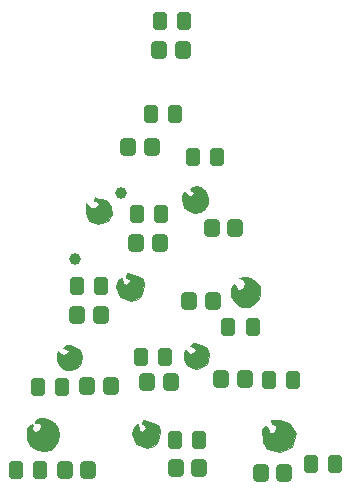
<source format=gts>
G04 #@! TF.GenerationSoftware,KiCad,Pcbnew,(6.0.0)*
G04 #@! TF.CreationDate,2022-10-06T13:38:40+02:00*
G04 #@! TF.ProjectId,2.0,322e302e-6b69-4636-9164-5f7063625858,rev?*
G04 #@! TF.SameCoordinates,Original*
G04 #@! TF.FileFunction,Soldermask,Top*
G04 #@! TF.FilePolarity,Negative*
%FSLAX46Y46*%
G04 Gerber Fmt 4.6, Leading zero omitted, Abs format (unit mm)*
G04 Created by KiCad (PCBNEW (6.0.0)) date 2022-10-06 13:38:40*
%MOMM*%
%LPD*%
G01*
G04 APERTURE LIST*
G04 Aperture macros list*
%AMRoundRect*
0 Rectangle with rounded corners*
0 $1 Rounding radius*
0 $2 $3 $4 $5 $6 $7 $8 $9 X,Y pos of 4 corners*
0 Add a 4 corners polygon primitive as box body*
4,1,4,$2,$3,$4,$5,$6,$7,$8,$9,$2,$3,0*
0 Add four circle primitives for the rounded corners*
1,1,$1+$1,$2,$3*
1,1,$1+$1,$4,$5*
1,1,$1+$1,$6,$7*
1,1,$1+$1,$8,$9*
0 Add four rect primitives between the rounded corners*
20,1,$1+$1,$2,$3,$4,$5,0*
20,1,$1+$1,$4,$5,$6,$7,0*
20,1,$1+$1,$6,$7,$8,$9,0*
20,1,$1+$1,$8,$9,$2,$3,0*%
G04 Aperture macros list end*
%ADD10C,0.100000*%
%ADD11C,0.200000*%
%ADD12RoundRect,0.300800X-0.325000X-0.450000X0.325000X-0.450000X0.325000X0.450000X-0.325000X0.450000X0*%
%ADD13RoundRect,0.300800X-0.350000X-0.450000X0.350000X-0.450000X0.350000X0.450000X-0.350000X0.450000X0*%
%ADD14C,1.001600*%
G04 APERTURE END LIST*
D10*
X176918620Y-102961440D02*
X176946560Y-102608380D01*
X176946560Y-102608380D02*
X177756820Y-102882700D01*
X177756820Y-102882700D02*
X178216560Y-103136700D01*
X178216560Y-103136700D02*
X178315620Y-103644700D01*
X178315620Y-103644700D02*
X178145440Y-104371140D01*
X178145440Y-104371140D02*
X177835560Y-104795320D01*
X177835560Y-104795320D02*
X177248820Y-104985820D01*
X177248820Y-104985820D02*
X176331880Y-104625140D01*
X176331880Y-104625140D02*
X175945800Y-103822500D01*
X175945800Y-103822500D02*
X176169320Y-103187500D01*
X176169320Y-103187500D02*
X176458880Y-102989380D01*
X176458880Y-102989380D02*
X176522380Y-103482140D01*
X176522380Y-103482140D02*
X176784000Y-103632000D01*
X176784000Y-103632000D02*
X177165000Y-103378000D01*
X177165000Y-103378000D02*
X177109120Y-103068120D01*
X177109120Y-103068120D02*
X176847500Y-102989380D01*
X176847500Y-102989380D02*
X176926240Y-102600760D01*
X176926240Y-102600760D02*
X176918620Y-102961440D01*
G36*
X176918620Y-102961440D02*
G01*
X176946560Y-102608380D01*
X177756820Y-102882700D01*
X178216560Y-103136700D01*
X178315620Y-103644700D01*
X178145440Y-104371140D01*
X177835560Y-104795320D01*
X177248820Y-104985820D01*
X176331880Y-104625140D01*
X175945800Y-103822500D01*
X176169320Y-103187500D01*
X176458880Y-102989380D01*
X176522380Y-103482140D01*
X176784000Y-103632000D01*
X177165000Y-103378000D01*
X177109120Y-103068120D01*
X176847500Y-102989380D01*
X176926240Y-102600760D01*
X176918620Y-102961440D01*
G37*
X176918620Y-102961440D02*
X176946560Y-102608380D01*
X177756820Y-102882700D01*
X178216560Y-103136700D01*
X178315620Y-103644700D01*
X178145440Y-104371140D01*
X177835560Y-104795320D01*
X177248820Y-104985820D01*
X176331880Y-104625140D01*
X175945800Y-103822500D01*
X176169320Y-103187500D01*
X176458880Y-102989380D01*
X176522380Y-103482140D01*
X176784000Y-103632000D01*
X177165000Y-103378000D01*
X177109120Y-103068120D01*
X176847500Y-102989380D01*
X176926240Y-102600760D01*
X176918620Y-102961440D01*
X178262280Y-115384580D02*
X178290220Y-115031520D01*
X178290220Y-115031520D02*
X179100480Y-115305840D01*
X179100480Y-115305840D02*
X179560220Y-115559840D01*
X179560220Y-115559840D02*
X179659280Y-116067840D01*
X179659280Y-116067840D02*
X179489100Y-116794280D01*
X179489100Y-116794280D02*
X179179220Y-117218460D01*
X179179220Y-117218460D02*
X178592480Y-117408960D01*
X178592480Y-117408960D02*
X177675540Y-117048280D01*
X177675540Y-117048280D02*
X177289460Y-116245640D01*
X177289460Y-116245640D02*
X177512980Y-115610640D01*
X177512980Y-115610640D02*
X177802540Y-115412520D01*
X177802540Y-115412520D02*
X177866040Y-115905280D01*
X177866040Y-115905280D02*
X178127660Y-116055140D01*
X178127660Y-116055140D02*
X178508660Y-115801140D01*
X178508660Y-115801140D02*
X178452780Y-115491260D01*
X178452780Y-115491260D02*
X178191160Y-115412520D01*
X178191160Y-115412520D02*
X178269900Y-115023900D01*
X178269900Y-115023900D02*
X178262280Y-115384580D01*
G36*
X178262280Y-115384580D02*
G01*
X178290220Y-115031520D01*
X179100480Y-115305840D01*
X179560220Y-115559840D01*
X179659280Y-116067840D01*
X179489100Y-116794280D01*
X179179220Y-117218460D01*
X178592480Y-117408960D01*
X177675540Y-117048280D01*
X177289460Y-116245640D01*
X177512980Y-115610640D01*
X177802540Y-115412520D01*
X177866040Y-115905280D01*
X178127660Y-116055140D01*
X178508660Y-115801140D01*
X178452780Y-115491260D01*
X178191160Y-115412520D01*
X178269900Y-115023900D01*
X178262280Y-115384580D01*
G37*
X178262280Y-115384580D02*
X178290220Y-115031520D01*
X179100480Y-115305840D01*
X179560220Y-115559840D01*
X179659280Y-116067840D01*
X179489100Y-116794280D01*
X179179220Y-117218460D01*
X178592480Y-117408960D01*
X177675540Y-117048280D01*
X177289460Y-116245640D01*
X177512980Y-115610640D01*
X177802540Y-115412520D01*
X177866040Y-115905280D01*
X178127660Y-116055140D01*
X178508660Y-115801140D01*
X178452780Y-115491260D01*
X178191160Y-115412520D01*
X178269900Y-115023900D01*
X178262280Y-115384580D01*
X182900000Y-108600000D02*
X183180000Y-108690000D01*
X183180000Y-108690000D02*
X183580000Y-108890000D01*
X183580000Y-108890000D02*
X183730000Y-109170000D01*
X183730000Y-109170000D02*
X183820000Y-109550000D01*
X183820000Y-109550000D02*
X183770000Y-109930000D01*
X183770000Y-109930000D02*
X183630000Y-110290000D01*
X183630000Y-110290000D02*
X183260000Y-110590000D01*
X183260000Y-110590000D02*
X182820000Y-110710000D01*
X182820000Y-110710000D02*
X182360000Y-110650000D01*
X182360000Y-110650000D02*
X181960000Y-110380000D01*
X181960000Y-110380000D02*
X181710000Y-109870000D01*
X181710000Y-109870000D02*
X181700000Y-109450000D01*
X181700000Y-109450000D02*
X181840000Y-109090000D01*
X181840000Y-109090000D02*
X182010000Y-109200000D01*
X182010000Y-109200000D02*
X182210000Y-109430000D01*
X182210000Y-109430000D02*
X182500000Y-109350000D01*
X182500000Y-109350000D02*
X182750000Y-109080000D01*
X182750000Y-109080000D02*
X182520000Y-108890000D01*
X182520000Y-108890000D02*
X182210000Y-108810000D01*
X182210000Y-108810000D02*
X182380000Y-108640000D01*
X182380000Y-108640000D02*
X182580000Y-108560000D01*
X182580000Y-108560000D02*
X182900000Y-108600000D01*
G36*
X182900000Y-108600000D02*
G01*
X183180000Y-108690000D01*
X183580000Y-108890000D01*
X183730000Y-109170000D01*
X183820000Y-109550000D01*
X183770000Y-109930000D01*
X183630000Y-110290000D01*
X183260000Y-110590000D01*
X182820000Y-110710000D01*
X182360000Y-110650000D01*
X181960000Y-110380000D01*
X181710000Y-109870000D01*
X181700000Y-109450000D01*
X181840000Y-109090000D01*
X182010000Y-109200000D01*
X182210000Y-109430000D01*
X182500000Y-109350000D01*
X182750000Y-109080000D01*
X182520000Y-108890000D01*
X182210000Y-108810000D01*
X182380000Y-108640000D01*
X182580000Y-108560000D01*
X182900000Y-108600000D01*
G37*
X182900000Y-108600000D02*
X183180000Y-108690000D01*
X183580000Y-108890000D01*
X183730000Y-109170000D01*
X183820000Y-109550000D01*
X183770000Y-109930000D01*
X183630000Y-110290000D01*
X183260000Y-110590000D01*
X182820000Y-110710000D01*
X182360000Y-110650000D01*
X181960000Y-110380000D01*
X181710000Y-109870000D01*
X181700000Y-109450000D01*
X181840000Y-109090000D01*
X182010000Y-109200000D01*
X182210000Y-109430000D01*
X182500000Y-109350000D01*
X182750000Y-109080000D01*
X182520000Y-108890000D01*
X182210000Y-108810000D01*
X182380000Y-108640000D01*
X182580000Y-108560000D01*
X182900000Y-108600000D01*
D11*
X170330000Y-115150000D02*
X170780000Y-115410000D01*
X170780000Y-115410000D02*
X171060000Y-115770000D01*
X171060000Y-115770000D02*
X171130000Y-116300000D01*
X171130000Y-116300000D02*
X171030000Y-116780000D01*
X171030000Y-116780000D02*
X170780000Y-117240000D01*
X170780000Y-117240000D02*
X170440000Y-117560000D01*
X170440000Y-117560000D02*
X169920000Y-117660000D01*
X169920000Y-117660000D02*
X169350000Y-117620000D01*
X169350000Y-117620000D02*
X168750000Y-117240000D01*
X168750000Y-117240000D02*
X168470000Y-116750000D01*
X168470000Y-116750000D02*
X168550000Y-115730000D01*
X168550000Y-115730000D02*
X168940000Y-115460000D01*
X168940000Y-115460000D02*
X168850000Y-115780000D01*
X168850000Y-115780000D02*
X168940000Y-116040000D01*
X168940000Y-116040000D02*
X169210000Y-116160000D01*
X169210000Y-116160000D02*
X169540000Y-116010000D01*
X169540000Y-116010000D02*
X169700000Y-115600000D01*
X169700000Y-115600000D02*
X169600000Y-115310000D01*
X169600000Y-115310000D02*
X169150000Y-115260000D01*
X169150000Y-115260000D02*
X169250000Y-115030000D01*
X169250000Y-115030000D02*
X169620000Y-114990000D01*
X169620000Y-114990000D02*
X169990000Y-114990000D01*
X169990000Y-114990000D02*
X170330000Y-115150000D01*
G36*
X170330000Y-115150000D02*
G01*
X170780000Y-115410000D01*
X171060000Y-115770000D01*
X171130000Y-116300000D01*
X171030000Y-116780000D01*
X170780000Y-117240000D01*
X170440000Y-117560000D01*
X169920000Y-117660000D01*
X169350000Y-117620000D01*
X168750000Y-117240000D01*
X168470000Y-116750000D01*
X168550000Y-115730000D01*
X168940000Y-115460000D01*
X168850000Y-115780000D01*
X168940000Y-116040000D01*
X169210000Y-116160000D01*
X169540000Y-116010000D01*
X169700000Y-115600000D01*
X169600000Y-115310000D01*
X169150000Y-115260000D01*
X169250000Y-115030000D01*
X169620000Y-114990000D01*
X169990000Y-114990000D01*
X170330000Y-115150000D01*
G37*
X170330000Y-115150000D02*
X170780000Y-115410000D01*
X171060000Y-115770000D01*
X171130000Y-116300000D01*
X171030000Y-116780000D01*
X170780000Y-117240000D01*
X170440000Y-117560000D01*
X169920000Y-117660000D01*
X169350000Y-117620000D01*
X168750000Y-117240000D01*
X168470000Y-116750000D01*
X168550000Y-115730000D01*
X168940000Y-115460000D01*
X168850000Y-115780000D01*
X168940000Y-116040000D01*
X169210000Y-116160000D01*
X169540000Y-116010000D01*
X169700000Y-115600000D01*
X169600000Y-115310000D01*
X169150000Y-115260000D01*
X169250000Y-115030000D01*
X169620000Y-114990000D01*
X169990000Y-114990000D01*
X170330000Y-115150000D01*
D10*
X190581280Y-115328700D02*
X191195960Y-116100860D01*
X191195960Y-116100860D02*
X190863220Y-117317520D01*
X190863220Y-117317520D02*
X189829440Y-117749320D01*
X189829440Y-117749320D02*
X188734700Y-117477540D01*
X188734700Y-117477540D02*
X188371480Y-116944140D01*
X188371480Y-116944140D02*
X188361320Y-115829080D01*
X188361320Y-115829080D02*
X188633100Y-115580160D01*
X188633100Y-115580160D02*
X188864240Y-115740180D01*
X188864240Y-115740180D02*
X188633100Y-115638580D01*
X188633100Y-115638580D02*
X188823600Y-115740180D01*
X188823600Y-115740180D02*
X188955680Y-116222780D01*
X188955680Y-116222780D02*
X189456060Y-116090700D01*
X189456060Y-116090700D02*
X189577980Y-115590320D01*
X189577980Y-115590320D02*
X189125860Y-115387120D01*
X189125860Y-115387120D02*
X189095380Y-115036600D01*
X189095380Y-115036600D02*
X189859920Y-115016280D01*
X189859920Y-115016280D02*
X190581280Y-115328700D01*
G36*
X190581280Y-115328700D02*
G01*
X191195960Y-116100860D01*
X190863220Y-117317520D01*
X189829440Y-117749320D01*
X188734700Y-117477540D01*
X188371480Y-116944140D01*
X188361320Y-115829080D01*
X188633100Y-115580160D01*
X188864240Y-115740180D01*
X188633100Y-115638580D01*
X188823600Y-115740180D01*
X188955680Y-116222780D01*
X189456060Y-116090700D01*
X189577980Y-115590320D01*
X189125860Y-115387120D01*
X189095380Y-115036600D01*
X189859920Y-115016280D01*
X190581280Y-115328700D01*
G37*
X190581280Y-115328700D02*
X191195960Y-116100860D01*
X190863220Y-117317520D01*
X189829440Y-117749320D01*
X188734700Y-117477540D01*
X188371480Y-116944140D01*
X188361320Y-115829080D01*
X188633100Y-115580160D01*
X188864240Y-115740180D01*
X188633100Y-115638580D01*
X188823600Y-115740180D01*
X188955680Y-116222780D01*
X189456060Y-116090700D01*
X189577980Y-115590320D01*
X189125860Y-115387120D01*
X189095380Y-115036600D01*
X189859920Y-115016280D01*
X190581280Y-115328700D01*
D11*
X183120000Y-95360000D02*
X183560000Y-95770000D01*
X183560000Y-95770000D02*
X183780000Y-96320000D01*
X183780000Y-96320000D02*
X183730000Y-96760000D01*
X183730000Y-96760000D02*
X183510000Y-97140000D01*
X183510000Y-97140000D02*
X183140000Y-97420000D01*
X183140000Y-97420000D02*
X182580000Y-97510000D01*
X182580000Y-97510000D02*
X182200000Y-97380000D01*
X182200000Y-97380000D02*
X181810000Y-97060000D01*
X181810000Y-97060000D02*
X181600000Y-96450000D01*
X181600000Y-96450000D02*
X181660000Y-96070000D01*
X181660000Y-96070000D02*
X181830000Y-95850000D01*
X181830000Y-95850000D02*
X181970000Y-95900000D01*
X181970000Y-95900000D02*
X182090000Y-96190000D01*
X182090000Y-96190000D02*
X182430000Y-96170000D01*
X182430000Y-96170000D02*
X182660000Y-95930000D01*
X182660000Y-95930000D02*
X182660000Y-95710000D01*
X182660000Y-95710000D02*
X182370000Y-95620000D01*
X182370000Y-95620000D02*
X182280000Y-95470000D01*
X182280000Y-95470000D02*
X182710000Y-95300000D01*
X182710000Y-95300000D02*
X183120000Y-95360000D01*
G36*
X183120000Y-95360000D02*
G01*
X183560000Y-95770000D01*
X183780000Y-96320000D01*
X183730000Y-96760000D01*
X183510000Y-97140000D01*
X183140000Y-97420000D01*
X182580000Y-97510000D01*
X182200000Y-97380000D01*
X181810000Y-97060000D01*
X181600000Y-96450000D01*
X181660000Y-96070000D01*
X181830000Y-95850000D01*
X181970000Y-95900000D01*
X182090000Y-96190000D01*
X182430000Y-96170000D01*
X182660000Y-95930000D01*
X182660000Y-95710000D01*
X182370000Y-95620000D01*
X182280000Y-95470000D01*
X182710000Y-95300000D01*
X183120000Y-95360000D01*
G37*
X183120000Y-95360000D02*
X183560000Y-95770000D01*
X183780000Y-96320000D01*
X183730000Y-96760000D01*
X183510000Y-97140000D01*
X183140000Y-97420000D01*
X182580000Y-97510000D01*
X182200000Y-97380000D01*
X181810000Y-97060000D01*
X181600000Y-96450000D01*
X181660000Y-96070000D01*
X181830000Y-95850000D01*
X181970000Y-95900000D01*
X182090000Y-96190000D01*
X182430000Y-96170000D01*
X182660000Y-95930000D01*
X182660000Y-95710000D01*
X182370000Y-95620000D01*
X182280000Y-95470000D01*
X182710000Y-95300000D01*
X183120000Y-95360000D01*
D10*
X174176739Y-96214062D02*
X175074580Y-96410780D01*
X175074580Y-96410780D02*
X175539400Y-96898460D01*
X175539400Y-96898460D02*
X175602900Y-97602040D01*
X175602900Y-97602040D02*
X175280320Y-98229420D01*
X175280320Y-98229420D02*
X174419260Y-98478340D01*
X174419260Y-98478340D02*
X173697900Y-98181160D01*
X173697900Y-98181160D02*
X173423580Y-97475040D01*
X173423580Y-97475040D02*
X173410880Y-96672400D01*
X173410880Y-96672400D02*
X173824900Y-97053400D01*
X173824900Y-97053400D02*
X174264320Y-97073720D01*
X174264320Y-97073720D02*
X174495460Y-96756220D01*
X174495460Y-96756220D02*
X174439580Y-96550480D01*
X174439580Y-96550480D02*
X174153483Y-96482558D01*
X174153483Y-96482558D02*
X174150020Y-96522540D01*
X174150020Y-96522540D02*
X174152655Y-96482361D01*
X174152655Y-96482361D02*
X174086520Y-96466660D01*
X174086520Y-96466660D02*
X174169568Y-96224438D01*
X174169568Y-96224438D02*
X174170340Y-96212660D01*
X174170340Y-96212660D02*
X174173378Y-96213326D01*
X174173378Y-96213326D02*
X174177960Y-96199960D01*
X174177960Y-96199960D02*
X174176739Y-96214062D01*
G36*
X174176739Y-96214062D02*
G01*
X175074580Y-96410780D01*
X175539400Y-96898460D01*
X175602900Y-97602040D01*
X175280320Y-98229420D01*
X174419260Y-98478340D01*
X173697900Y-98181160D01*
X173423580Y-97475040D01*
X173410880Y-96672400D01*
X173824900Y-97053400D01*
X174264320Y-97073720D01*
X174495460Y-96756220D01*
X174439580Y-96550480D01*
X174153483Y-96482558D01*
X174150020Y-96522540D01*
X174152655Y-96482361D01*
X174086520Y-96466660D01*
X174169568Y-96224438D01*
X174170340Y-96212660D01*
X174173378Y-96213326D01*
X174177960Y-96199960D01*
X174176739Y-96214062D01*
G37*
X174176739Y-96214062D02*
X175074580Y-96410780D01*
X175539400Y-96898460D01*
X175602900Y-97602040D01*
X175280320Y-98229420D01*
X174419260Y-98478340D01*
X173697900Y-98181160D01*
X173423580Y-97475040D01*
X173410880Y-96672400D01*
X173824900Y-97053400D01*
X174264320Y-97073720D01*
X174495460Y-96756220D01*
X174439580Y-96550480D01*
X174153483Y-96482558D01*
X174150020Y-96522540D01*
X174152655Y-96482361D01*
X174086520Y-96466660D01*
X174169568Y-96224438D01*
X174170340Y-96212660D01*
X174173378Y-96213326D01*
X174177960Y-96199960D01*
X174176739Y-96214062D01*
X172140000Y-108730000D02*
X172420000Y-108820000D01*
X172420000Y-108820000D02*
X172820000Y-109020000D01*
X172820000Y-109020000D02*
X172970000Y-109300000D01*
X172970000Y-109300000D02*
X173060000Y-109680000D01*
X173060000Y-109680000D02*
X173010000Y-110060000D01*
X173010000Y-110060000D02*
X172870000Y-110420000D01*
X172870000Y-110420000D02*
X172500000Y-110720000D01*
X172500000Y-110720000D02*
X172060000Y-110840000D01*
X172060000Y-110840000D02*
X171600000Y-110780000D01*
X171600000Y-110780000D02*
X171200000Y-110510000D01*
X171200000Y-110510000D02*
X170950000Y-110000000D01*
X170950000Y-110000000D02*
X170940000Y-109580000D01*
X170940000Y-109580000D02*
X171080000Y-109220000D01*
X171080000Y-109220000D02*
X171250000Y-109330000D01*
X171250000Y-109330000D02*
X171450000Y-109560000D01*
X171450000Y-109560000D02*
X171740000Y-109480000D01*
X171740000Y-109480000D02*
X171990000Y-109210000D01*
X171990000Y-109210000D02*
X171760000Y-109020000D01*
X171760000Y-109020000D02*
X171450000Y-108940000D01*
X171450000Y-108940000D02*
X171620000Y-108770000D01*
X171620000Y-108770000D02*
X171820000Y-108690000D01*
X171820000Y-108690000D02*
X172140000Y-108730000D01*
G36*
X172140000Y-108730000D02*
G01*
X172420000Y-108820000D01*
X172820000Y-109020000D01*
X172970000Y-109300000D01*
X173060000Y-109680000D01*
X173010000Y-110060000D01*
X172870000Y-110420000D01*
X172500000Y-110720000D01*
X172060000Y-110840000D01*
X171600000Y-110780000D01*
X171200000Y-110510000D01*
X170950000Y-110000000D01*
X170940000Y-109580000D01*
X171080000Y-109220000D01*
X171250000Y-109330000D01*
X171450000Y-109560000D01*
X171740000Y-109480000D01*
X171990000Y-109210000D01*
X171760000Y-109020000D01*
X171450000Y-108940000D01*
X171620000Y-108770000D01*
X171820000Y-108690000D01*
X172140000Y-108730000D01*
G37*
X172140000Y-108730000D02*
X172420000Y-108820000D01*
X172820000Y-109020000D01*
X172970000Y-109300000D01*
X173060000Y-109680000D01*
X173010000Y-110060000D01*
X172870000Y-110420000D01*
X172500000Y-110720000D01*
X172060000Y-110840000D01*
X171600000Y-110780000D01*
X171200000Y-110510000D01*
X170950000Y-110000000D01*
X170940000Y-109580000D01*
X171080000Y-109220000D01*
X171250000Y-109330000D01*
X171450000Y-109560000D01*
X171740000Y-109480000D01*
X171990000Y-109210000D01*
X171760000Y-109020000D01*
X171450000Y-108940000D01*
X171620000Y-108770000D01*
X171820000Y-108690000D01*
X172140000Y-108730000D01*
X187284360Y-103012240D02*
X187441840Y-103065580D01*
X187441840Y-103065580D02*
X187596780Y-103151940D01*
X187596780Y-103151940D02*
X187764420Y-103284020D01*
X187764420Y-103284020D02*
X187929520Y-103459280D01*
X187929520Y-103459280D02*
X188048900Y-103624380D01*
X188048900Y-103624380D02*
X188135260Y-103814880D01*
X188135260Y-103814880D02*
X188165740Y-104030780D01*
X188165740Y-104030780D02*
X188168280Y-104198420D01*
X188168280Y-104198420D02*
X188165740Y-104383840D01*
X188165740Y-104383840D02*
X188150500Y-104500680D01*
X188150500Y-104500680D02*
X188094620Y-104719120D01*
X188094620Y-104719120D02*
X187987940Y-104899460D01*
X187987940Y-104899460D02*
X187822840Y-105049320D01*
X187822840Y-105049320D02*
X187624720Y-105234740D01*
X187624720Y-105234740D02*
X187579000Y-105280460D01*
X187579000Y-105280460D02*
X187485020Y-105336340D01*
X187485020Y-105336340D02*
X187360560Y-105394760D01*
X187360560Y-105394760D02*
X187213240Y-105437940D01*
X187213240Y-105437940D02*
X186999880Y-105455720D01*
X186999880Y-105455720D02*
X186900820Y-105453180D01*
X186900820Y-105453180D02*
X186766200Y-105448100D01*
X186766200Y-105448100D02*
X186639200Y-105432860D01*
X186639200Y-105432860D02*
X186433460Y-105361740D01*
X186433460Y-105361740D02*
X186286140Y-105277920D01*
X186286140Y-105277920D02*
X186118500Y-105150920D01*
X186118500Y-105150920D02*
X186037220Y-105074720D01*
X186037220Y-105074720D02*
X185935620Y-104955340D01*
X185935620Y-104955340D02*
X185897520Y-104894380D01*
X185897520Y-104894380D02*
X185869580Y-104848660D01*
X185869580Y-104848660D02*
X185844180Y-104808020D01*
X185844180Y-104808020D02*
X185823860Y-104772460D01*
X185823860Y-104772460D02*
X185801000Y-104714040D01*
X185801000Y-104714040D02*
X185737500Y-104541320D01*
X185737500Y-104541320D02*
X185707020Y-104376220D01*
X185707020Y-104376220D02*
X185696860Y-104140000D01*
X185696860Y-104140000D02*
X185712100Y-103969820D01*
X185712100Y-103969820D02*
X185755280Y-103817420D01*
X185755280Y-103817420D02*
X185834020Y-103644700D01*
X185834020Y-103644700D02*
X185912760Y-103525320D01*
X185912760Y-103525320D02*
X185996580Y-103601520D01*
X185996580Y-103601520D02*
X185994040Y-103596440D01*
X185994040Y-103596440D02*
X186321700Y-104002840D01*
X186321700Y-104002840D02*
X186695080Y-103924100D01*
X186695080Y-103924100D02*
X186865260Y-103535480D01*
X186865260Y-103535480D02*
X186819540Y-103207820D01*
X186819540Y-103207820D02*
X186367420Y-103052880D01*
X186367420Y-103052880D02*
X186789060Y-102974140D01*
X186789060Y-102974140D02*
X186989720Y-102971600D01*
X186989720Y-102971600D02*
X187284360Y-103012240D01*
G36*
X187284360Y-103012240D02*
G01*
X187441840Y-103065580D01*
X187596780Y-103151940D01*
X187764420Y-103284020D01*
X187929520Y-103459280D01*
X188048900Y-103624380D01*
X188135260Y-103814880D01*
X188165740Y-104030780D01*
X188168280Y-104198420D01*
X188165740Y-104383840D01*
X188150500Y-104500680D01*
X188094620Y-104719120D01*
X187987940Y-104899460D01*
X187822840Y-105049320D01*
X187624720Y-105234740D01*
X187579000Y-105280460D01*
X187485020Y-105336340D01*
X187360560Y-105394760D01*
X187213240Y-105437940D01*
X186999880Y-105455720D01*
X186900820Y-105453180D01*
X186766200Y-105448100D01*
X186639200Y-105432860D01*
X186433460Y-105361740D01*
X186286140Y-105277920D01*
X186118500Y-105150920D01*
X186037220Y-105074720D01*
X185935620Y-104955340D01*
X185897520Y-104894380D01*
X185869580Y-104848660D01*
X185844180Y-104808020D01*
X185823860Y-104772460D01*
X185801000Y-104714040D01*
X185737500Y-104541320D01*
X185707020Y-104376220D01*
X185696860Y-104140000D01*
X185712100Y-103969820D01*
X185755280Y-103817420D01*
X185834020Y-103644700D01*
X185912760Y-103525320D01*
X185996580Y-103601520D01*
X185994040Y-103596440D01*
X186321700Y-104002840D01*
X186695080Y-103924100D01*
X186865260Y-103535480D01*
X186819540Y-103207820D01*
X186367420Y-103052880D01*
X186789060Y-102974140D01*
X186989720Y-102971600D01*
X187284360Y-103012240D01*
G37*
X187284360Y-103012240D02*
X187441840Y-103065580D01*
X187596780Y-103151940D01*
X187764420Y-103284020D01*
X187929520Y-103459280D01*
X188048900Y-103624380D01*
X188135260Y-103814880D01*
X188165740Y-104030780D01*
X188168280Y-104198420D01*
X188165740Y-104383840D01*
X188150500Y-104500680D01*
X188094620Y-104719120D01*
X187987940Y-104899460D01*
X187822840Y-105049320D01*
X187624720Y-105234740D01*
X187579000Y-105280460D01*
X187485020Y-105336340D01*
X187360560Y-105394760D01*
X187213240Y-105437940D01*
X186999880Y-105455720D01*
X186900820Y-105453180D01*
X186766200Y-105448100D01*
X186639200Y-105432860D01*
X186433460Y-105361740D01*
X186286140Y-105277920D01*
X186118500Y-105150920D01*
X186037220Y-105074720D01*
X185935620Y-104955340D01*
X185897520Y-104894380D01*
X185869580Y-104848660D01*
X185844180Y-104808020D01*
X185823860Y-104772460D01*
X185801000Y-104714040D01*
X185737500Y-104541320D01*
X185707020Y-104376220D01*
X185696860Y-104140000D01*
X185712100Y-103969820D01*
X185755280Y-103817420D01*
X185834020Y-103644700D01*
X185912760Y-103525320D01*
X185996580Y-103601520D01*
X185994040Y-103596440D01*
X186321700Y-104002840D01*
X186695080Y-103924100D01*
X186865260Y-103535480D01*
X186819540Y-103207820D01*
X186367420Y-103052880D01*
X186789060Y-102974140D01*
X186989720Y-102971600D01*
X187284360Y-103012240D01*
X176918620Y-102961440D02*
X176946560Y-102608380D01*
X176946560Y-102608380D02*
X177756820Y-102882700D01*
X177756820Y-102882700D02*
X178216560Y-103136700D01*
X178216560Y-103136700D02*
X178315620Y-103644700D01*
X178315620Y-103644700D02*
X178145440Y-104371140D01*
X178145440Y-104371140D02*
X177835560Y-104795320D01*
X177835560Y-104795320D02*
X177248820Y-104985820D01*
X177248820Y-104985820D02*
X176331880Y-104625140D01*
X176331880Y-104625140D02*
X175945800Y-103822500D01*
X175945800Y-103822500D02*
X176169320Y-103187500D01*
X176169320Y-103187500D02*
X176458880Y-102989380D01*
X176458880Y-102989380D02*
X176522380Y-103482140D01*
X176522380Y-103482140D02*
X176784000Y-103632000D01*
X176784000Y-103632000D02*
X177165000Y-103378000D01*
X177165000Y-103378000D02*
X177109120Y-103068120D01*
X177109120Y-103068120D02*
X176847500Y-102989380D01*
X176847500Y-102989380D02*
X176926240Y-102600760D01*
X176926240Y-102600760D02*
X176918620Y-102961440D01*
G36*
X176918620Y-102961440D02*
G01*
X176946560Y-102608380D01*
X177756820Y-102882700D01*
X178216560Y-103136700D01*
X178315620Y-103644700D01*
X178145440Y-104371140D01*
X177835560Y-104795320D01*
X177248820Y-104985820D01*
X176331880Y-104625140D01*
X175945800Y-103822500D01*
X176169320Y-103187500D01*
X176458880Y-102989380D01*
X176522380Y-103482140D01*
X176784000Y-103632000D01*
X177165000Y-103378000D01*
X177109120Y-103068120D01*
X176847500Y-102989380D01*
X176926240Y-102600760D01*
X176918620Y-102961440D01*
G37*
X176918620Y-102961440D02*
X176946560Y-102608380D01*
X177756820Y-102882700D01*
X178216560Y-103136700D01*
X178315620Y-103644700D01*
X178145440Y-104371140D01*
X177835560Y-104795320D01*
X177248820Y-104985820D01*
X176331880Y-104625140D01*
X175945800Y-103822500D01*
X176169320Y-103187500D01*
X176458880Y-102989380D01*
X176522380Y-103482140D01*
X176784000Y-103632000D01*
X177165000Y-103378000D01*
X177109120Y-103068120D01*
X176847500Y-102989380D01*
X176926240Y-102600760D01*
X176918620Y-102961440D01*
X178262280Y-115384580D02*
X178290220Y-115031520D01*
X178290220Y-115031520D02*
X179100480Y-115305840D01*
X179100480Y-115305840D02*
X179560220Y-115559840D01*
X179560220Y-115559840D02*
X179659280Y-116067840D01*
X179659280Y-116067840D02*
X179489100Y-116794280D01*
X179489100Y-116794280D02*
X179179220Y-117218460D01*
X179179220Y-117218460D02*
X178592480Y-117408960D01*
X178592480Y-117408960D02*
X177675540Y-117048280D01*
X177675540Y-117048280D02*
X177289460Y-116245640D01*
X177289460Y-116245640D02*
X177512980Y-115610640D01*
X177512980Y-115610640D02*
X177802540Y-115412520D01*
X177802540Y-115412520D02*
X177866040Y-115905280D01*
X177866040Y-115905280D02*
X178127660Y-116055140D01*
X178127660Y-116055140D02*
X178508660Y-115801140D01*
X178508660Y-115801140D02*
X178452780Y-115491260D01*
X178452780Y-115491260D02*
X178191160Y-115412520D01*
X178191160Y-115412520D02*
X178269900Y-115023900D01*
X178269900Y-115023900D02*
X178262280Y-115384580D01*
G36*
X178262280Y-115384580D02*
G01*
X178290220Y-115031520D01*
X179100480Y-115305840D01*
X179560220Y-115559840D01*
X179659280Y-116067840D01*
X179489100Y-116794280D01*
X179179220Y-117218460D01*
X178592480Y-117408960D01*
X177675540Y-117048280D01*
X177289460Y-116245640D01*
X177512980Y-115610640D01*
X177802540Y-115412520D01*
X177866040Y-115905280D01*
X178127660Y-116055140D01*
X178508660Y-115801140D01*
X178452780Y-115491260D01*
X178191160Y-115412520D01*
X178269900Y-115023900D01*
X178262280Y-115384580D01*
G37*
X178262280Y-115384580D02*
X178290220Y-115031520D01*
X179100480Y-115305840D01*
X179560220Y-115559840D01*
X179659280Y-116067840D01*
X179489100Y-116794280D01*
X179179220Y-117218460D01*
X178592480Y-117408960D01*
X177675540Y-117048280D01*
X177289460Y-116245640D01*
X177512980Y-115610640D01*
X177802540Y-115412520D01*
X177866040Y-115905280D01*
X178127660Y-116055140D01*
X178508660Y-115801140D01*
X178452780Y-115491260D01*
X178191160Y-115412520D01*
X178269900Y-115023900D01*
X178262280Y-115384580D01*
X182900000Y-108600000D02*
X183180000Y-108690000D01*
X183180000Y-108690000D02*
X183580000Y-108890000D01*
X183580000Y-108890000D02*
X183730000Y-109170000D01*
X183730000Y-109170000D02*
X183820000Y-109550000D01*
X183820000Y-109550000D02*
X183770000Y-109930000D01*
X183770000Y-109930000D02*
X183630000Y-110290000D01*
X183630000Y-110290000D02*
X183260000Y-110590000D01*
X183260000Y-110590000D02*
X182820000Y-110710000D01*
X182820000Y-110710000D02*
X182360000Y-110650000D01*
X182360000Y-110650000D02*
X181960000Y-110380000D01*
X181960000Y-110380000D02*
X181710000Y-109870000D01*
X181710000Y-109870000D02*
X181700000Y-109450000D01*
X181700000Y-109450000D02*
X181840000Y-109090000D01*
X181840000Y-109090000D02*
X182010000Y-109200000D01*
X182010000Y-109200000D02*
X182210000Y-109430000D01*
X182210000Y-109430000D02*
X182500000Y-109350000D01*
X182500000Y-109350000D02*
X182750000Y-109080000D01*
X182750000Y-109080000D02*
X182520000Y-108890000D01*
X182520000Y-108890000D02*
X182210000Y-108810000D01*
X182210000Y-108810000D02*
X182380000Y-108640000D01*
X182380000Y-108640000D02*
X182580000Y-108560000D01*
X182580000Y-108560000D02*
X182900000Y-108600000D01*
G36*
X182900000Y-108600000D02*
G01*
X183180000Y-108690000D01*
X183580000Y-108890000D01*
X183730000Y-109170000D01*
X183820000Y-109550000D01*
X183770000Y-109930000D01*
X183630000Y-110290000D01*
X183260000Y-110590000D01*
X182820000Y-110710000D01*
X182360000Y-110650000D01*
X181960000Y-110380000D01*
X181710000Y-109870000D01*
X181700000Y-109450000D01*
X181840000Y-109090000D01*
X182010000Y-109200000D01*
X182210000Y-109430000D01*
X182500000Y-109350000D01*
X182750000Y-109080000D01*
X182520000Y-108890000D01*
X182210000Y-108810000D01*
X182380000Y-108640000D01*
X182580000Y-108560000D01*
X182900000Y-108600000D01*
G37*
X182900000Y-108600000D02*
X183180000Y-108690000D01*
X183580000Y-108890000D01*
X183730000Y-109170000D01*
X183820000Y-109550000D01*
X183770000Y-109930000D01*
X183630000Y-110290000D01*
X183260000Y-110590000D01*
X182820000Y-110710000D01*
X182360000Y-110650000D01*
X181960000Y-110380000D01*
X181710000Y-109870000D01*
X181700000Y-109450000D01*
X181840000Y-109090000D01*
X182010000Y-109200000D01*
X182210000Y-109430000D01*
X182500000Y-109350000D01*
X182750000Y-109080000D01*
X182520000Y-108890000D01*
X182210000Y-108810000D01*
X182380000Y-108640000D01*
X182580000Y-108560000D01*
X182900000Y-108600000D01*
D11*
X170330000Y-115150000D02*
X170780000Y-115410000D01*
X170780000Y-115410000D02*
X171060000Y-115770000D01*
X171060000Y-115770000D02*
X171130000Y-116300000D01*
X171130000Y-116300000D02*
X171030000Y-116780000D01*
X171030000Y-116780000D02*
X170780000Y-117240000D01*
X170780000Y-117240000D02*
X170440000Y-117560000D01*
X170440000Y-117560000D02*
X169920000Y-117660000D01*
X169920000Y-117660000D02*
X169350000Y-117620000D01*
X169350000Y-117620000D02*
X168750000Y-117240000D01*
X168750000Y-117240000D02*
X168470000Y-116750000D01*
X168470000Y-116750000D02*
X168550000Y-115730000D01*
X168550000Y-115730000D02*
X168940000Y-115460000D01*
X168940000Y-115460000D02*
X168850000Y-115780000D01*
X168850000Y-115780000D02*
X168940000Y-116040000D01*
X168940000Y-116040000D02*
X169210000Y-116160000D01*
X169210000Y-116160000D02*
X169540000Y-116010000D01*
X169540000Y-116010000D02*
X169700000Y-115600000D01*
X169700000Y-115600000D02*
X169600000Y-115310000D01*
X169600000Y-115310000D02*
X169150000Y-115260000D01*
X169150000Y-115260000D02*
X169250000Y-115030000D01*
X169250000Y-115030000D02*
X169620000Y-114990000D01*
X169620000Y-114990000D02*
X169990000Y-114990000D01*
X169990000Y-114990000D02*
X170330000Y-115150000D01*
G36*
X170330000Y-115150000D02*
G01*
X170780000Y-115410000D01*
X171060000Y-115770000D01*
X171130000Y-116300000D01*
X171030000Y-116780000D01*
X170780000Y-117240000D01*
X170440000Y-117560000D01*
X169920000Y-117660000D01*
X169350000Y-117620000D01*
X168750000Y-117240000D01*
X168470000Y-116750000D01*
X168550000Y-115730000D01*
X168940000Y-115460000D01*
X168850000Y-115780000D01*
X168940000Y-116040000D01*
X169210000Y-116160000D01*
X169540000Y-116010000D01*
X169700000Y-115600000D01*
X169600000Y-115310000D01*
X169150000Y-115260000D01*
X169250000Y-115030000D01*
X169620000Y-114990000D01*
X169990000Y-114990000D01*
X170330000Y-115150000D01*
G37*
X170330000Y-115150000D02*
X170780000Y-115410000D01*
X171060000Y-115770000D01*
X171130000Y-116300000D01*
X171030000Y-116780000D01*
X170780000Y-117240000D01*
X170440000Y-117560000D01*
X169920000Y-117660000D01*
X169350000Y-117620000D01*
X168750000Y-117240000D01*
X168470000Y-116750000D01*
X168550000Y-115730000D01*
X168940000Y-115460000D01*
X168850000Y-115780000D01*
X168940000Y-116040000D01*
X169210000Y-116160000D01*
X169540000Y-116010000D01*
X169700000Y-115600000D01*
X169600000Y-115310000D01*
X169150000Y-115260000D01*
X169250000Y-115030000D01*
X169620000Y-114990000D01*
X169990000Y-114990000D01*
X170330000Y-115150000D01*
D10*
X190581280Y-115328700D02*
X191195960Y-116100860D01*
X191195960Y-116100860D02*
X190863220Y-117317520D01*
X190863220Y-117317520D02*
X189829440Y-117749320D01*
X189829440Y-117749320D02*
X188734700Y-117477540D01*
X188734700Y-117477540D02*
X188371480Y-116944140D01*
X188371480Y-116944140D02*
X188361320Y-115829080D01*
X188361320Y-115829080D02*
X188633100Y-115580160D01*
X188633100Y-115580160D02*
X188864240Y-115740180D01*
X188864240Y-115740180D02*
X188633100Y-115638580D01*
X188633100Y-115638580D02*
X188823600Y-115740180D01*
X188823600Y-115740180D02*
X188955680Y-116222780D01*
X188955680Y-116222780D02*
X189456060Y-116090700D01*
X189456060Y-116090700D02*
X189577980Y-115590320D01*
X189577980Y-115590320D02*
X189125860Y-115387120D01*
X189125860Y-115387120D02*
X189095380Y-115036600D01*
X189095380Y-115036600D02*
X189859920Y-115016280D01*
X189859920Y-115016280D02*
X190581280Y-115328700D01*
G36*
X190581280Y-115328700D02*
G01*
X191195960Y-116100860D01*
X190863220Y-117317520D01*
X189829440Y-117749320D01*
X188734700Y-117477540D01*
X188371480Y-116944140D01*
X188361320Y-115829080D01*
X188633100Y-115580160D01*
X188864240Y-115740180D01*
X188633100Y-115638580D01*
X188823600Y-115740180D01*
X188955680Y-116222780D01*
X189456060Y-116090700D01*
X189577980Y-115590320D01*
X189125860Y-115387120D01*
X189095380Y-115036600D01*
X189859920Y-115016280D01*
X190581280Y-115328700D01*
G37*
X190581280Y-115328700D02*
X191195960Y-116100860D01*
X190863220Y-117317520D01*
X189829440Y-117749320D01*
X188734700Y-117477540D01*
X188371480Y-116944140D01*
X188361320Y-115829080D01*
X188633100Y-115580160D01*
X188864240Y-115740180D01*
X188633100Y-115638580D01*
X188823600Y-115740180D01*
X188955680Y-116222780D01*
X189456060Y-116090700D01*
X189577980Y-115590320D01*
X189125860Y-115387120D01*
X189095380Y-115036600D01*
X189859920Y-115016280D01*
X190581280Y-115328700D01*
D11*
X183120000Y-95360000D02*
X183560000Y-95770000D01*
X183560000Y-95770000D02*
X183780000Y-96320000D01*
X183780000Y-96320000D02*
X183730000Y-96760000D01*
X183730000Y-96760000D02*
X183510000Y-97140000D01*
X183510000Y-97140000D02*
X183140000Y-97420000D01*
X183140000Y-97420000D02*
X182580000Y-97510000D01*
X182580000Y-97510000D02*
X182200000Y-97380000D01*
X182200000Y-97380000D02*
X181810000Y-97060000D01*
X181810000Y-97060000D02*
X181600000Y-96450000D01*
X181600000Y-96450000D02*
X181660000Y-96070000D01*
X181660000Y-96070000D02*
X181830000Y-95850000D01*
X181830000Y-95850000D02*
X181970000Y-95900000D01*
X181970000Y-95900000D02*
X182090000Y-96190000D01*
X182090000Y-96190000D02*
X182430000Y-96170000D01*
X182430000Y-96170000D02*
X182660000Y-95930000D01*
X182660000Y-95930000D02*
X182660000Y-95710000D01*
X182660000Y-95710000D02*
X182370000Y-95620000D01*
X182370000Y-95620000D02*
X182280000Y-95470000D01*
X182280000Y-95470000D02*
X182710000Y-95300000D01*
X182710000Y-95300000D02*
X183120000Y-95360000D01*
G36*
X183120000Y-95360000D02*
G01*
X183560000Y-95770000D01*
X183780000Y-96320000D01*
X183730000Y-96760000D01*
X183510000Y-97140000D01*
X183140000Y-97420000D01*
X182580000Y-97510000D01*
X182200000Y-97380000D01*
X181810000Y-97060000D01*
X181600000Y-96450000D01*
X181660000Y-96070000D01*
X181830000Y-95850000D01*
X181970000Y-95900000D01*
X182090000Y-96190000D01*
X182430000Y-96170000D01*
X182660000Y-95930000D01*
X182660000Y-95710000D01*
X182370000Y-95620000D01*
X182280000Y-95470000D01*
X182710000Y-95300000D01*
X183120000Y-95360000D01*
G37*
X183120000Y-95360000D02*
X183560000Y-95770000D01*
X183780000Y-96320000D01*
X183730000Y-96760000D01*
X183510000Y-97140000D01*
X183140000Y-97420000D01*
X182580000Y-97510000D01*
X182200000Y-97380000D01*
X181810000Y-97060000D01*
X181600000Y-96450000D01*
X181660000Y-96070000D01*
X181830000Y-95850000D01*
X181970000Y-95900000D01*
X182090000Y-96190000D01*
X182430000Y-96170000D01*
X182660000Y-95930000D01*
X182660000Y-95710000D01*
X182370000Y-95620000D01*
X182280000Y-95470000D01*
X182710000Y-95300000D01*
X183120000Y-95360000D01*
D10*
X174176739Y-96214062D02*
X175074580Y-96410780D01*
X175074580Y-96410780D02*
X175539400Y-96898460D01*
X175539400Y-96898460D02*
X175602900Y-97602040D01*
X175602900Y-97602040D02*
X175280320Y-98229420D01*
X175280320Y-98229420D02*
X174419260Y-98478340D01*
X174419260Y-98478340D02*
X173697900Y-98181160D01*
X173697900Y-98181160D02*
X173423580Y-97475040D01*
X173423580Y-97475040D02*
X173410880Y-96672400D01*
X173410880Y-96672400D02*
X173824900Y-97053400D01*
X173824900Y-97053400D02*
X174264320Y-97073720D01*
X174264320Y-97073720D02*
X174495460Y-96756220D01*
X174495460Y-96756220D02*
X174439580Y-96550480D01*
X174439580Y-96550480D02*
X174153483Y-96482558D01*
X174153483Y-96482558D02*
X174150020Y-96522540D01*
X174150020Y-96522540D02*
X174152655Y-96482361D01*
X174152655Y-96482361D02*
X174086520Y-96466660D01*
X174086520Y-96466660D02*
X174169568Y-96224438D01*
X174169568Y-96224438D02*
X174170340Y-96212660D01*
X174170340Y-96212660D02*
X174173378Y-96213326D01*
X174173378Y-96213326D02*
X174177960Y-96199960D01*
X174177960Y-96199960D02*
X174176739Y-96214062D01*
G36*
X174176739Y-96214062D02*
G01*
X175074580Y-96410780D01*
X175539400Y-96898460D01*
X175602900Y-97602040D01*
X175280320Y-98229420D01*
X174419260Y-98478340D01*
X173697900Y-98181160D01*
X173423580Y-97475040D01*
X173410880Y-96672400D01*
X173824900Y-97053400D01*
X174264320Y-97073720D01*
X174495460Y-96756220D01*
X174439580Y-96550480D01*
X174153483Y-96482558D01*
X174150020Y-96522540D01*
X174152655Y-96482361D01*
X174086520Y-96466660D01*
X174169568Y-96224438D01*
X174170340Y-96212660D01*
X174173378Y-96213326D01*
X174177960Y-96199960D01*
X174176739Y-96214062D01*
G37*
X174176739Y-96214062D02*
X175074580Y-96410780D01*
X175539400Y-96898460D01*
X175602900Y-97602040D01*
X175280320Y-98229420D01*
X174419260Y-98478340D01*
X173697900Y-98181160D01*
X173423580Y-97475040D01*
X173410880Y-96672400D01*
X173824900Y-97053400D01*
X174264320Y-97073720D01*
X174495460Y-96756220D01*
X174439580Y-96550480D01*
X174153483Y-96482558D01*
X174150020Y-96522540D01*
X174152655Y-96482361D01*
X174086520Y-96466660D01*
X174169568Y-96224438D01*
X174170340Y-96212660D01*
X174173378Y-96213326D01*
X174177960Y-96199960D01*
X174176739Y-96214062D01*
X172140000Y-108730000D02*
X172420000Y-108820000D01*
X172420000Y-108820000D02*
X172820000Y-109020000D01*
X172820000Y-109020000D02*
X172970000Y-109300000D01*
X172970000Y-109300000D02*
X173060000Y-109680000D01*
X173060000Y-109680000D02*
X173010000Y-110060000D01*
X173010000Y-110060000D02*
X172870000Y-110420000D01*
X172870000Y-110420000D02*
X172500000Y-110720000D01*
X172500000Y-110720000D02*
X172060000Y-110840000D01*
X172060000Y-110840000D02*
X171600000Y-110780000D01*
X171600000Y-110780000D02*
X171200000Y-110510000D01*
X171200000Y-110510000D02*
X170950000Y-110000000D01*
X170950000Y-110000000D02*
X170940000Y-109580000D01*
X170940000Y-109580000D02*
X171080000Y-109220000D01*
X171080000Y-109220000D02*
X171250000Y-109330000D01*
X171250000Y-109330000D02*
X171450000Y-109560000D01*
X171450000Y-109560000D02*
X171740000Y-109480000D01*
X171740000Y-109480000D02*
X171990000Y-109210000D01*
X171990000Y-109210000D02*
X171760000Y-109020000D01*
X171760000Y-109020000D02*
X171450000Y-108940000D01*
X171450000Y-108940000D02*
X171620000Y-108770000D01*
X171620000Y-108770000D02*
X171820000Y-108690000D01*
X171820000Y-108690000D02*
X172140000Y-108730000D01*
G36*
X172140000Y-108730000D02*
G01*
X172420000Y-108820000D01*
X172820000Y-109020000D01*
X172970000Y-109300000D01*
X173060000Y-109680000D01*
X173010000Y-110060000D01*
X172870000Y-110420000D01*
X172500000Y-110720000D01*
X172060000Y-110840000D01*
X171600000Y-110780000D01*
X171200000Y-110510000D01*
X170950000Y-110000000D01*
X170940000Y-109580000D01*
X171080000Y-109220000D01*
X171250000Y-109330000D01*
X171450000Y-109560000D01*
X171740000Y-109480000D01*
X171990000Y-109210000D01*
X171760000Y-109020000D01*
X171450000Y-108940000D01*
X171620000Y-108770000D01*
X171820000Y-108690000D01*
X172140000Y-108730000D01*
G37*
X172140000Y-108730000D02*
X172420000Y-108820000D01*
X172820000Y-109020000D01*
X172970000Y-109300000D01*
X173060000Y-109680000D01*
X173010000Y-110060000D01*
X172870000Y-110420000D01*
X172500000Y-110720000D01*
X172060000Y-110840000D01*
X171600000Y-110780000D01*
X171200000Y-110510000D01*
X170950000Y-110000000D01*
X170940000Y-109580000D01*
X171080000Y-109220000D01*
X171250000Y-109330000D01*
X171450000Y-109560000D01*
X171740000Y-109480000D01*
X171990000Y-109210000D01*
X171760000Y-109020000D01*
X171450000Y-108940000D01*
X171620000Y-108770000D01*
X171820000Y-108690000D01*
X172140000Y-108730000D01*
X187284360Y-103012240D02*
X187441840Y-103065580D01*
X187441840Y-103065580D02*
X187596780Y-103151940D01*
X187596780Y-103151940D02*
X187764420Y-103284020D01*
X187764420Y-103284020D02*
X187929520Y-103459280D01*
X187929520Y-103459280D02*
X188048900Y-103624380D01*
X188048900Y-103624380D02*
X188135260Y-103814880D01*
X188135260Y-103814880D02*
X188165740Y-104030780D01*
X188165740Y-104030780D02*
X188168280Y-104198420D01*
X188168280Y-104198420D02*
X188165740Y-104383840D01*
X188165740Y-104383840D02*
X188150500Y-104500680D01*
X188150500Y-104500680D02*
X188094620Y-104719120D01*
X188094620Y-104719120D02*
X187987940Y-104899460D01*
X187987940Y-104899460D02*
X187822840Y-105049320D01*
X187822840Y-105049320D02*
X187624720Y-105234740D01*
X187624720Y-105234740D02*
X187579000Y-105280460D01*
X187579000Y-105280460D02*
X187485020Y-105336340D01*
X187485020Y-105336340D02*
X187360560Y-105394760D01*
X187360560Y-105394760D02*
X187213240Y-105437940D01*
X187213240Y-105437940D02*
X186999880Y-105455720D01*
X186999880Y-105455720D02*
X186900820Y-105453180D01*
X186900820Y-105453180D02*
X186766200Y-105448100D01*
X186766200Y-105448100D02*
X186639200Y-105432860D01*
X186639200Y-105432860D02*
X186433460Y-105361740D01*
X186433460Y-105361740D02*
X186286140Y-105277920D01*
X186286140Y-105277920D02*
X186118500Y-105150920D01*
X186118500Y-105150920D02*
X186037220Y-105074720D01*
X186037220Y-105074720D02*
X185935620Y-104955340D01*
X185935620Y-104955340D02*
X185897520Y-104894380D01*
X185897520Y-104894380D02*
X185869580Y-104848660D01*
X185869580Y-104848660D02*
X185844180Y-104808020D01*
X185844180Y-104808020D02*
X185823860Y-104772460D01*
X185823860Y-104772460D02*
X185801000Y-104714040D01*
X185801000Y-104714040D02*
X185737500Y-104541320D01*
X185737500Y-104541320D02*
X185707020Y-104376220D01*
X185707020Y-104376220D02*
X185696860Y-104140000D01*
X185696860Y-104140000D02*
X185712100Y-103969820D01*
X185712100Y-103969820D02*
X185755280Y-103817420D01*
X185755280Y-103817420D02*
X185834020Y-103644700D01*
X185834020Y-103644700D02*
X185912760Y-103525320D01*
X185912760Y-103525320D02*
X185996580Y-103601520D01*
X185996580Y-103601520D02*
X185994040Y-103596440D01*
X185994040Y-103596440D02*
X186321700Y-104002840D01*
X186321700Y-104002840D02*
X186695080Y-103924100D01*
X186695080Y-103924100D02*
X186865260Y-103535480D01*
X186865260Y-103535480D02*
X186819540Y-103207820D01*
X186819540Y-103207820D02*
X186367420Y-103052880D01*
X186367420Y-103052880D02*
X186789060Y-102974140D01*
X186789060Y-102974140D02*
X186989720Y-102971600D01*
X186989720Y-102971600D02*
X187284360Y-103012240D01*
G36*
X187284360Y-103012240D02*
G01*
X187441840Y-103065580D01*
X187596780Y-103151940D01*
X187764420Y-103284020D01*
X187929520Y-103459280D01*
X188048900Y-103624380D01*
X188135260Y-103814880D01*
X188165740Y-104030780D01*
X188168280Y-104198420D01*
X188165740Y-104383840D01*
X188150500Y-104500680D01*
X188094620Y-104719120D01*
X187987940Y-104899460D01*
X187822840Y-105049320D01*
X187624720Y-105234740D01*
X187579000Y-105280460D01*
X187485020Y-105336340D01*
X187360560Y-105394760D01*
X187213240Y-105437940D01*
X186999880Y-105455720D01*
X186900820Y-105453180D01*
X186766200Y-105448100D01*
X186639200Y-105432860D01*
X186433460Y-105361740D01*
X186286140Y-105277920D01*
X186118500Y-105150920D01*
X186037220Y-105074720D01*
X185935620Y-104955340D01*
X185897520Y-104894380D01*
X185869580Y-104848660D01*
X185844180Y-104808020D01*
X185823860Y-104772460D01*
X185801000Y-104714040D01*
X185737500Y-104541320D01*
X185707020Y-104376220D01*
X185696860Y-104140000D01*
X185712100Y-103969820D01*
X185755280Y-103817420D01*
X185834020Y-103644700D01*
X185912760Y-103525320D01*
X185996580Y-103601520D01*
X185994040Y-103596440D01*
X186321700Y-104002840D01*
X186695080Y-103924100D01*
X186865260Y-103535480D01*
X186819540Y-103207820D01*
X186367420Y-103052880D01*
X186789060Y-102974140D01*
X186989720Y-102971600D01*
X187284360Y-103012240D01*
G37*
X187284360Y-103012240D02*
X187441840Y-103065580D01*
X187596780Y-103151940D01*
X187764420Y-103284020D01*
X187929520Y-103459280D01*
X188048900Y-103624380D01*
X188135260Y-103814880D01*
X188165740Y-104030780D01*
X188168280Y-104198420D01*
X188165740Y-104383840D01*
X188150500Y-104500680D01*
X188094620Y-104719120D01*
X187987940Y-104899460D01*
X187822840Y-105049320D01*
X187624720Y-105234740D01*
X187579000Y-105280460D01*
X187485020Y-105336340D01*
X187360560Y-105394760D01*
X187213240Y-105437940D01*
X186999880Y-105455720D01*
X186900820Y-105453180D01*
X186766200Y-105448100D01*
X186639200Y-105432860D01*
X186433460Y-105361740D01*
X186286140Y-105277920D01*
X186118500Y-105150920D01*
X186037220Y-105074720D01*
X185935620Y-104955340D01*
X185897520Y-104894380D01*
X185869580Y-104848660D01*
X185844180Y-104808020D01*
X185823860Y-104772460D01*
X185801000Y-104714040D01*
X185737500Y-104541320D01*
X185707020Y-104376220D01*
X185696860Y-104140000D01*
X185712100Y-103969820D01*
X185755280Y-103817420D01*
X185834020Y-103644700D01*
X185912760Y-103525320D01*
X185996580Y-103601520D01*
X185994040Y-103596440D01*
X186321700Y-104002840D01*
X186695080Y-103924100D01*
X186865260Y-103535480D01*
X186819540Y-103207820D01*
X186367420Y-103052880D01*
X186789060Y-102974140D01*
X186989720Y-102971600D01*
X187284360Y-103012240D01*
D12*
X179668060Y-81252060D03*
X181718060Y-81252060D03*
X178931460Y-89136220D03*
X180981460Y-89136220D03*
X182459520Y-92796360D03*
X184509520Y-92796360D03*
X177702100Y-97642680D03*
X179752100Y-97642680D03*
X172657660Y-103675180D03*
X174707660Y-103675180D03*
X185469420Y-107188000D03*
X187519420Y-107188000D03*
X178072940Y-109700060D03*
X180122940Y-109700060D03*
X169322640Y-112217200D03*
X171372640Y-112217200D03*
X180971080Y-116733320D03*
X183021080Y-116733320D03*
X188894500Y-111676180D03*
X190944500Y-111676180D03*
X167470980Y-119240300D03*
X169520980Y-119240300D03*
X192435260Y-118785640D03*
X194485260Y-118785640D03*
D13*
X179619400Y-83748880D03*
X181619400Y-83748880D03*
X176985420Y-91958160D03*
X178985420Y-91958160D03*
X184061860Y-98785680D03*
X186061860Y-98785680D03*
X177681380Y-100045520D03*
X179681380Y-100045520D03*
X172682660Y-106156760D03*
X174682660Y-106156760D03*
X182139080Y-104935020D03*
X184139080Y-104935020D03*
X178611020Y-111846360D03*
X180611020Y-111846360D03*
X173524160Y-112176560D03*
X175524160Y-112176560D03*
X181011320Y-119110760D03*
X183011320Y-119110760D03*
X184844180Y-111597440D03*
X186844180Y-111597440D03*
X171610020Y-119278400D03*
X173610020Y-119278400D03*
X188219840Y-119560340D03*
X190219840Y-119560340D03*
D14*
X176359260Y-95848163D03*
X172458940Y-101418397D03*
M02*

</source>
